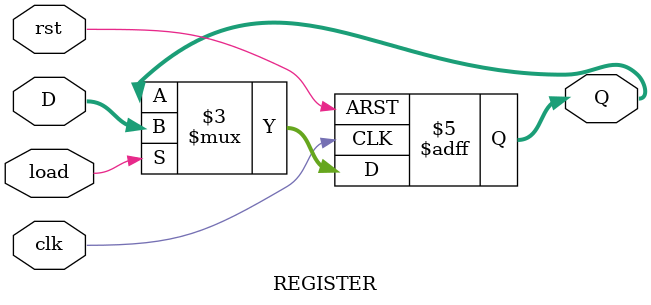
<source format=v>
`timescale 1ns / 1ps

/*
module RAM #(
    parameter LENGTH = 32'h1000,
    parameter WIDTH = 32,
    parameter USE_FILE = 0,
    parameter FILE_NAME = "ram.mem"
)
(
    input wire clk,
    input wire we,
    input wire cs,
    input wire oe,
    input wire [ADDRESS_WIDTH-1:0] address,
    inout wire [WIDTH-1:0] data
);

// ==================================
//// Internal Parameter Field
// ==================================
parameter ADDRESS_WIDTH = $clog2(LENGTH);
// ==================================
//// Registers
// ==================================
reg [WIDTH-1:0] ram [0:LENGTH];
reg [WIDTH-1:0] data_out;
// ==================================
//// Wires
// ==================================
// ==================================
//// Wire Assignments
// ==================================
assign data = (cs && oe && !we) ? data_out : {(WIDTH){1'bz}};
// ==================================
//// Modules
// ==================================
// ==================================
//// Behavioral Block
// ==================================
integer i;
initial
begin
    if(USE_FILE)
    begin
        $readmemh(FILE_NAME, ram);
    end
    else
    begin
        data_out = {(WIDTH){ 1'b0 }};
		for (i=0; i<32; i=i+1)
        begin
			ram[i] = {(WIDTH){ 1'b0 }};
        end
    end
end

always @(posedge clk)
begin
    if (cs && we)
    begin
       ram[address] = data;
    end
    else if (cs && oe && !we)
    begin
        data_out = ram[address];
    end
end

endmodule
*/

module RAM #(
    parameter LENGTH = 32'h1000,
    parameter USE_FILE = 0,
    parameter WIDTH = 32,
    parameter MINIMUM_SECTIONAL_WIDTH = 8,
    parameter FILE_NAME = "ram.mem"
)
(
    input wire clk,
    input wire [BYTE_ENABLES-1:0] we,
    input wire cs,
    input wire oe,
    input wire [ADDRESS_WIDTH-1:0] address,
    inout wire [WIDTH-1:0] data
);

// ==================================
//// Internal Parameter Field
// ==================================
parameter ADDRESS_WIDTH = $clog2(LENGTH);
parameter BYTE_ENABLES = WIDTH/MINIMUM_SECTIONAL_WIDTH;
// ==================================
//// Registers
// ==================================
reg [WIDTH-1:0] ram [0:LENGTH];
reg [WIDTH-1:0] data_out;
// ==================================
//// Wires
// ==================================
// ==================================
//// Wire Assignments
// ==================================
assign data = (cs && oe && !we) ? data_out : {(WIDTH){1'bz}};
// ==================================
//// Modules
// ==================================
// ==================================
//// Behavioral Block
// ==================================
integer i;
initial
begin
    if(USE_FILE)
    begin
        $readmemh(FILE_NAME, ram);
    end
    else
    begin
        data_out = {(WIDTH){ 1'b0 }};
        memory_in = {(WIDTH){ 1'b0 }};
		for (i = 0; i < LENGTH; i = i+1)
        begin
			ram[i] = {(WIDTH){ 1'b0 }};
        end
    end
end

reg [WIDTH-1:0] memory_in; // wire reg
`define SECTION_RANGES (MINIMUM_SECTIONAL_WIDTH*(c+1))-1 : MINIMUM_SECTIONAL_WIDTH*c

genvar c;
generate
    for (c = 0; c < BYTE_ENABLES; c = c + 1) begin: test
        always @(*)
        begin
            if(we[c])
            begin
                memory_in[`SECTION_RANGES] = data[`SECTION_RANGES];
            end
            else
            begin
                memory_in[`SECTION_RANGES] = ram[address][`SECTION_RANGES];
            end
        end
    end
endgenerate

always @(posedge clk)
begin
    if (cs && |we)
    begin
       ram[address] = memory_in;
    end
    else if (cs && oe && !(|we))
    begin
        data_out = ram[address];
    end
end

endmodule

module ROM #(
    parameter LENGTH = 32'h1000,
    parameter WIDTH = 32,
    parameter FILE_NAME = "rom.mem"
)
(
	input wire [$clog2(LENGTH)-1:0] a,
	output wire [WIDTH-1:0] out
);

// ==================================
//// Internal Parameter Field
// ==================================
// ==================================
//// Wires
// ==================================
// ==================================
//// Wire Assignments
// ==================================
assign out = rom[a];
// ==================================
//// Modules
// ==================================
// ==================================
//// Registers
// ==================================
reg [WIDTH:0] rom[0:LENGTH];
// ==================================
//// Behavioral Block
// ==================================
//initialize rom from memfile_s.dat
initial
begin
    $readmemh(FILE_NAME, rom);
end

endmodule

module FIFO #(
    parameter LENGTH = 16,
    parameter WIDTH = 32
)
(
    input wire clk,
    input wire rst,
    input wire wr_cs,
    input wire wr_en,
    input wire rd_cs,
    input wire rd_en,
    output reg full,
    output reg empty,
    output reg [WIDTH-1:0] out,
    input wire [WIDTH-1:0] in
);
// ==================================
//// Internal Parameter Field
// ==================================
parameter ADDRESS_WIDTH = $clog2(LENGTH);
// ==================================
//// Registers
// ==================================
reg [ADDRESS_WIDTH-1:0] write_position;
reg [ADDRESS_WIDTH-1:0] read_position;
reg [ADDRESS_WIDTH:0] status_count;
reg [WIDTH-1:0] mem [0:LENGTH];
// ==================================
//// Wires
// ==================================
// ==================================
//// Wire Assignments
// ==================================
// assign full  = (status_count == (LENGTH));
// assign empty = (status_count == 0);
// ==================================
//// Modules
// ==================================
// ==================================
//// Behavioral Block
// ==================================
always @(posedge clk or posedge rst)
begin
    if(rst)
    begin
        write_position = 0;
        read_position = 0;
        status_count = 0;
        mem[write_position] = 0;
        write_position = 0;
        out = 0;
        full = 0;
        empty = 1;
    end
    else
    begin
        if(status_count == 0)
        begin
            empty = 1;
        end
        if(status_count == LENGTH)
        begin
            full = 1;
        end
        //// Enqueue data
        if (wr_cs && wr_en && !full)
        begin
            mem[write_position] = in;
            if(write_position == LENGTH-1)
            begin
                write_position = 0;
            end
            else
            begin
                write_position = write_position + 1;
            end
            status_count = status_count + 1;
            empty = 0;
        end
        //// Dequeue data
        if (rd_cs && rd_en && !empty)
        begin
            out = mem[read_position];
            if(read_position == LENGTH-1)
            begin
                read_position = 0;
            end
            else
            begin
                read_position = read_position + 1;
            end
            status_count = status_count - 1;
            full = 0;
        end
    end
end

endmodule

/* TODO: dis still a fifo!! */
module STACK #(
    parameter LENGTH = 16,
    parameter WIDTH = 8
)
(
    input wire clk,
    input wire rst,
    input wire wr_cs,
    input wire wr_en,
    input wire rd_cs,
    input wire rd_en,
    output reg full,
    output reg empty,
    output reg [WIDTH-1:0] out,
    input wire [WIDTH-1:0] in
);
// ==================================
//// Internal Parameter Field
// ==================================
parameter ADDRESS_WIDTH = $clog2(LENGTH);
// ==================================
//// Registers
// ==================================
reg [ADDRESS_WIDTH-1:0] write_position;
reg [ADDRESS_WIDTH-1:0] read_position;
reg [ADDRESS_WIDTH:0] status_count;
reg [WIDTH-1:0] mem [0:LENGTH];
// ==================================
//// Wires
// ==================================
// ==================================
//// Wire Assignments
// ==================================
// assign full  = (status_count == (LENGTH));
// assign empty = (status_count == 0);
// ==================================
//// Modules
// ==================================
// ==================================
//// Behavioral Block
// ==================================
always @(posedge clk or posedge rst)
begin
    if(rst)
    begin
        write_position = 0;
        read_position = 0;
        status_count = 0;
        mem[write_position] = 0;
        write_position = 0;
        full = 0;
        empty = 1;
    end
    else
    begin
        if(status_count == 0)
        begin
            empty = 1;
        end
        if(status_count == LENGTH)
        begin
            full = 1;
        end
        //// Enqueue data
        if (wr_cs && wr_en && !full)
        begin
            mem[write_position] = in;
            if(write_position == LENGTH-1)
            begin
                write_position = 0;
            end
            else
            begin
                write_position = write_position + 1;
            end
            status_count = status_count + 1;
            empty = 0;
        end
        //// Dequeue data
        if (rd_cs && rd_en && !empty)
        begin
            out = mem[read_position];
            if(read_position == LENGTH-1)
            begin
                read_position = 0;
            end
            else
            begin
                read_position = read_position + 1;
            end
            status_count = status_count - 1;
            full = 0;
        end
    end
end

endmodule

//////////////////////////////////
// Registers
//////////////////////////////////

module SHIFTREGISTER #(parameter WIDTH = 8)(
	input wire rst,
	input wire clk,
	input wire en,
	input wire in,
	output reg [WIDTH-1:0] Q
);

always @(posedge clk or posedge rst)
begin
    if (rst)
    begin
    	Q <= 0;
    end
    else
    begin
        Q <= { Q[WIDTH-2:0], in };
    end
end

endmodule

module REGISTER #(parameter WIDTH = 8)(
	input wire rst,
	input wire clk,
	input wire load,
	input wire [WIDTH-1:0] D,
	output reg [WIDTH-1:0] Q
);

always @(posedge clk or posedge rst)
begin
    if (rst)
    begin
    	Q <= 0;
    end
    else if(load)
    begin
        Q <= D;
    end
end

endmodule
</source>
